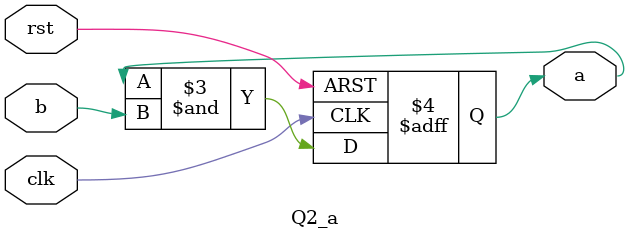
<source format=v>
module Q2_b(output reg c, input a,b,clk,rst);

always@(posedge clk,negedge rst)
begin
if(~rst)
c <= 0;
else if(a > b)
c <= a;
end

endmodule

module Q2_c(input a,b,clk,rst, output reg c,d);

always@(posedge clk,negedge rst)
begin
if(~rst)
begin
c <= 0;
d <= 0;
end

else if (a > b)
begin
c <= a;
d <= b;
end

else
c <= c;

end

endmodule

module Q2_a(output reg a, input b,clk,rst);

always@(posedge clk,negedge rst)

begin
if(~rst)
a <= 0;
else
a <= a & b;
end

// assign a = a & b;

endmodule
</source>
